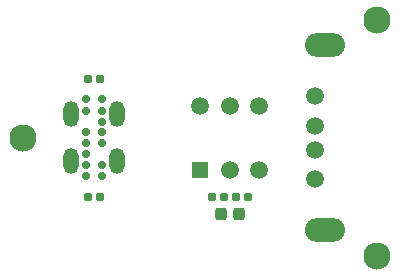
<source format=gbr>
%TF.GenerationSoftware,KiCad,Pcbnew,(6.0.7-1)-1*%
%TF.CreationDate,2022-09-13T18:31:53+08:00*%
%TF.ProjectId,0102-USB-SWITCH,30313032-2d55-4534-922d-535749544348,V1.1*%
%TF.SameCoordinates,Original*%
%TF.FileFunction,Soldermask,Top*%
%TF.FilePolarity,Negative*%
%FSLAX46Y46*%
G04 Gerber Fmt 4.6, Leading zero omitted, Abs format (unit mm)*
G04 Created by KiCad (PCBNEW (6.0.7-1)-1) date 2022-09-13 18:31:53*
%MOMM*%
%LPD*%
G01*
G04 APERTURE LIST*
G04 Aperture macros list*
%AMRoundRect*
0 Rectangle with rounded corners*
0 $1 Rounding radius*
0 $2 $3 $4 $5 $6 $7 $8 $9 X,Y pos of 4 corners*
0 Add a 4 corners polygon primitive as box body*
4,1,4,$2,$3,$4,$5,$6,$7,$8,$9,$2,$3,0*
0 Add four circle primitives for the rounded corners*
1,1,$1+$1,$2,$3*
1,1,$1+$1,$4,$5*
1,1,$1+$1,$6,$7*
1,1,$1+$1,$8,$9*
0 Add four rect primitives between the rounded corners*
20,1,$1+$1,$2,$3,$4,$5,0*
20,1,$1+$1,$4,$5,$6,$7,0*
20,1,$1+$1,$6,$7,$8,$9,0*
20,1,$1+$1,$8,$9,$2,$3,0*%
G04 Aperture macros list end*
%ADD10RoundRect,0.185000X0.135000X0.185000X-0.135000X0.185000X-0.135000X-0.185000X0.135000X-0.185000X0*%
%ADD11RoundRect,0.050000X0.650000X-0.650000X0.650000X0.650000X-0.650000X0.650000X-0.650000X-0.650000X0*%
%ADD12C,1.500000*%
%ADD13C,2.300000*%
%ADD14RoundRect,0.268750X0.218750X0.256250X-0.218750X0.256250X-0.218750X-0.256250X0.218750X-0.256250X0*%
%ADD15C,0.700000*%
%ADD16O,1.300000X2.200000*%
%ADD17RoundRect,0.185000X-0.135000X-0.185000X0.135000X-0.185000X0.135000X0.185000X-0.135000X0.185000X0*%
%ADD18C,1.520000*%
%ADD19O,3.400000X2.000000*%
G04 APERTURE END LIST*
D10*
%TO.C,R1*%
X21310000Y7300000D03*
X20290000Y7300000D03*
%TD*%
%TO.C,R2*%
X19310000Y7300000D03*
X18290000Y7300000D03*
%TD*%
D11*
%TO.C,SW1*%
X17300000Y9600000D03*
D12*
X19800000Y9600000D03*
X22300000Y9600000D03*
X17300000Y15000000D03*
X19800000Y15000000D03*
X22300000Y15000000D03*
%TD*%
D13*
%TO.C,H1*%
X32300000Y22300000D03*
%TD*%
%TO.C,H2*%
X2300000Y12300000D03*
%TD*%
%TO.C,H3*%
X32300000Y2300000D03*
%TD*%
D14*
%TO.C,D1*%
X20587500Y5800000D03*
X19012500Y5800000D03*
%TD*%
D15*
%TO.C,J1*%
X7600000Y9050000D03*
X7600000Y10000000D03*
X7600000Y10950000D03*
X7600000Y11850000D03*
X7600000Y12750000D03*
X7600000Y14600000D03*
X7600000Y15550000D03*
X9000000Y15550000D03*
X9000000Y14600000D03*
X9000000Y13650000D03*
X9000000Y12750000D03*
X9000000Y11850000D03*
X9000000Y10000000D03*
X9000000Y9050000D03*
D16*
X10230000Y10300000D03*
X10230000Y14300000D03*
X6370000Y14300000D03*
X6370000Y10300000D03*
%TD*%
D10*
%TO.C,R3*%
X8810000Y7300000D03*
X7790000Y7300000D03*
%TD*%
D17*
%TO.C,R4*%
X7790000Y17300000D03*
X8810000Y17300000D03*
%TD*%
D18*
%TO.C,J2*%
X27050000Y8800000D03*
X27050000Y11300000D03*
X27050000Y13300000D03*
X27050000Y15800000D03*
D19*
X27900000Y4450000D03*
X27900000Y20150000D03*
%TD*%
M02*

</source>
